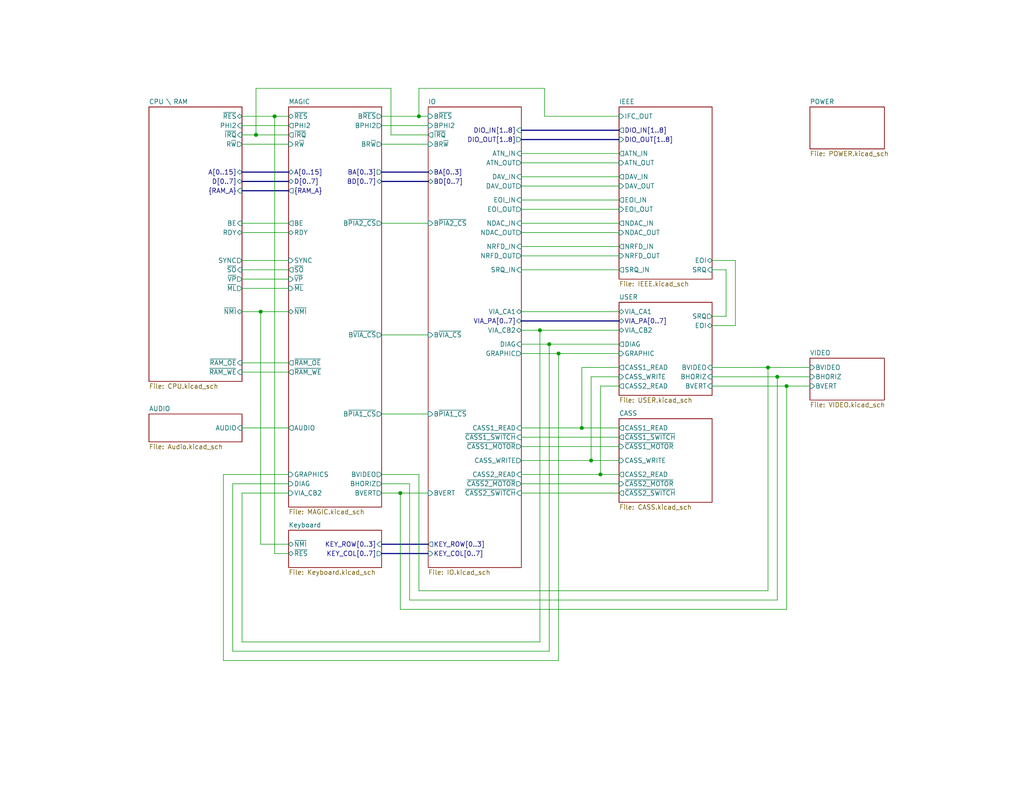
<source format=kicad_sch>
(kicad_sch (version 20211123) (generator eeschema)
  (paper "A")
  (title_block (title "EconoPET 40/8096") (date "2023-11-21") (rev "B"))
  (lib_symbols)
  (junction (at 114.3 31.75))
  (junction (at 209.55 100.33))
  (junction (at 109.22 134.62))
  (junction (at 74.93 31.75))
  (junction (at 212.09 102.87))
  (junction (at 163.83 129.54))
  (junction (at 152.4 96.52))
  (junction (at 161.29 125.73))
  (junction (at 214.63 105.41))
  (junction (at 147.32 90.17))
  (junction (at 158.75 116.84))
  (junction (at 71.12 85.09))
  (junction (at 69.85 36.83))
  (junction (at 149.86 93.98))
  (wire (pts (xy 152.4 180.34) (xy 60.96 180.34)))
  (wire (pts (xy 149.86 177.8) (xy 63.5 177.8)))
  (wire (pts (xy 158.75 116.84) (xy 168.91 116.84)))
  (wire (pts (xy 142.24 129.54) (xy 163.83 129.54)))
  (wire (pts (xy 104.14 113.03) (xy 116.84 113.03)))
  (wire (pts (xy 66.04 71.12) (xy 78.74 71.12)))
  (wire (pts (xy 66.04 34.29) (xy 78.74 34.29)))
  (bus (pts (xy 104.14 151.13) (xy 116.84 151.13)))
  (wire (pts (xy 168.91 57.15) (xy 142.24 57.15)))
  (wire (pts (xy 142.24 85.09) (xy 168.91 85.09)))
  (wire (pts (xy 148.59 31.75) (xy 168.91 31.75)))
  (wire (pts (xy 142.24 41.91) (xy 168.91 41.91)))
  (wire (pts (xy 66.04 39.37) (xy 78.74 39.37)))
  (wire (pts (xy 194.31 100.33) (xy 209.55 100.33)))
  (wire (pts (xy 158.75 100.33) (xy 158.75 116.84)))
  (wire (pts (xy 147.32 90.17) (xy 147.32 175.26)))
  (wire (pts (xy 66.04 73.66) (xy 78.74 73.66)))
  (wire (pts (xy 142.24 67.31) (xy 168.91 67.31)))
  (wire (pts (xy 214.63 105.41) (xy 214.63 166.37)))
  (bus (pts (xy 104.14 49.53) (xy 116.84 49.53)))
  (wire (pts (xy 66.04 36.83) (xy 69.85 36.83)))
  (wire (pts (xy 104.14 91.44) (xy 116.84 91.44)))
  (wire (pts (xy 116.84 36.83) (xy 106.68 36.83)))
  (wire (pts (xy 142.24 134.62) (xy 168.91 134.62)))
  (wire (pts (xy 69.85 36.83) (xy 78.74 36.83)))
  (wire (pts (xy 71.12 148.59) (xy 71.12 85.09)))
  (wire (pts (xy 194.31 105.41) (xy 214.63 105.41)))
  (wire (pts (xy 109.22 166.37) (xy 109.22 134.62)))
  (wire (pts (xy 74.93 31.75) (xy 74.93 151.13)))
  (wire (pts (xy 198.12 73.66) (xy 194.31 73.66)))
  (wire (pts (xy 142.24 93.98) (xy 149.86 93.98)))
  (wire (pts (xy 168.91 102.87) (xy 161.29 102.87)))
  (wire (pts (xy 74.93 31.75) (xy 78.74 31.75)))
  (wire (pts (xy 60.96 129.54) (xy 78.74 129.54)))
  (wire (pts (xy 63.5 132.08) (xy 78.74 132.08)))
  (wire (pts (xy 66.04 76.2) (xy 78.74 76.2)))
  (wire (pts (xy 66.04 116.84) (xy 78.74 116.84)))
  (wire (pts (xy 66.04 60.96) (xy 78.74 60.96)))
  (wire (pts (xy 104.14 60.96) (xy 116.84 60.96)))
  (wire (pts (xy 198.12 86.36) (xy 198.12 73.66)))
  (wire (pts (xy 74.93 151.13) (xy 78.74 151.13)))
  (bus (pts (xy 104.14 148.59) (xy 116.84 148.59)))
  (wire (pts (xy 66.04 175.26) (xy 66.04 134.62)))
  (wire (pts (xy 104.14 134.62) (xy 109.22 134.62)))
  (wire (pts (xy 200.66 88.9) (xy 194.31 88.9)))
  (wire (pts (xy 142.24 60.96) (xy 168.91 60.96)))
  (wire (pts (xy 200.66 71.12) (xy 200.66 88.9)))
  (wire (pts (xy 142.24 125.73) (xy 161.29 125.73)))
  (wire (pts (xy 209.55 100.33) (xy 220.98 100.33)))
  (wire (pts (xy 163.83 105.41) (xy 163.83 129.54)))
  (wire (pts (xy 148.59 24.13) (xy 148.59 31.75)))
  (wire (pts (xy 194.31 102.87) (xy 212.09 102.87)))
  (bus (pts (xy 142.24 87.63) (xy 168.91 87.63)))
  (wire (pts (xy 66.04 78.74) (xy 78.74 78.74)))
  (wire (pts (xy 161.29 102.87) (xy 161.29 125.73)))
  (wire (pts (xy 168.91 125.73) (xy 161.29 125.73)))
  (wire (pts (xy 63.5 177.8) (xy 63.5 132.08)))
  (wire (pts (xy 78.74 148.59) (xy 71.12 148.59)))
  (wire (pts (xy 212.09 102.87) (xy 220.98 102.87)))
  (wire (pts (xy 114.3 31.75) (xy 116.84 31.75)))
  (wire (pts (xy 163.83 129.54) (xy 168.91 129.54)))
  (wire (pts (xy 168.91 105.41) (xy 163.83 105.41)))
  (wire (pts (xy 60.96 180.34) (xy 60.96 129.54)))
  (wire (pts (xy 149.86 93.98) (xy 168.91 93.98)))
  (wire (pts (xy 66.04 31.75) (xy 74.93 31.75)))
  (bus (pts (xy 66.04 49.53) (xy 78.74 49.53)))
  (wire (pts (xy 147.32 175.26) (xy 66.04 175.26)))
  (wire (pts (xy 168.91 69.85) (xy 142.24 69.85)))
  (wire (pts (xy 214.63 105.41) (xy 220.98 105.41)))
  (wire (pts (xy 168.91 96.52) (xy 152.4 96.52)))
  (bus (pts (xy 66.04 46.99) (xy 78.74 46.99)))
  (wire (pts (xy 152.4 96.52) (xy 142.24 96.52)))
  (wire (pts (xy 114.3 24.13) (xy 148.59 24.13)))
  (wire (pts (xy 147.32 90.17) (xy 168.91 90.17)))
  (wire (pts (xy 104.14 34.29) (xy 116.84 34.29)))
  (wire (pts (xy 168.91 63.5) (xy 142.24 63.5)))
  (wire (pts (xy 168.91 119.38) (xy 142.24 119.38)))
  (wire (pts (xy 209.55 161.29) (xy 114.3 161.29)))
  (wire (pts (xy 168.91 44.45) (xy 142.24 44.45)))
  (wire (pts (xy 66.04 85.09) (xy 71.12 85.09)))
  (wire (pts (xy 66.04 101.6) (xy 78.74 101.6)))
  (wire (pts (xy 142.24 50.8) (xy 168.91 50.8)))
  (wire (pts (xy 168.91 100.33) (xy 158.75 100.33)))
  (wire (pts (xy 168.91 132.08) (xy 142.24 132.08)))
  (wire (pts (xy 66.04 63.5) (xy 78.74 63.5)))
  (wire (pts (xy 209.55 100.33) (xy 209.55 161.29)))
  (bus (pts (xy 142.24 38.1) (xy 168.91 38.1)))
  (wire (pts (xy 212.09 102.87) (xy 212.09 163.83)))
  (wire (pts (xy 114.3 129.54) (xy 104.14 129.54)))
  (wire (pts (xy 194.31 86.36) (xy 198.12 86.36)))
  (wire (pts (xy 142.24 116.84) (xy 158.75 116.84)))
  (bus (pts (xy 142.24 35.56) (xy 168.91 35.56)))
  (wire (pts (xy 212.09 163.83) (xy 111.76 163.83)))
  (wire (pts (xy 114.3 161.29) (xy 114.3 129.54)))
  (wire (pts (xy 142.24 73.66) (xy 168.91 73.66)))
  (wire (pts (xy 104.14 132.08) (xy 111.76 132.08)))
  (wire (pts (xy 114.3 31.75) (xy 114.3 24.13)))
  (wire (pts (xy 142.24 121.92) (xy 168.91 121.92)))
  (wire (pts (xy 104.14 31.75) (xy 114.3 31.75)))
  (bus (pts (xy 66.04 52.07) (xy 78.74 52.07)))
  (wire (pts (xy 106.68 24.13) (xy 69.85 24.13)))
  (bus (pts (xy 104.14 46.99) (xy 116.84 46.99)))
  (wire (pts (xy 66.04 134.62) (xy 78.74 134.62)))
  (wire (pts (xy 142.24 90.17) (xy 147.32 90.17)))
  (wire (pts (xy 152.4 96.52) (xy 152.4 180.34)))
  (wire (pts (xy 142.24 54.61) (xy 168.91 54.61)))
  (wire (pts (xy 111.76 163.83) (xy 111.76 132.08)))
  (wire (pts (xy 194.31 71.12) (xy 200.66 71.12)))
  (wire (pts (xy 214.63 166.37) (xy 109.22 166.37)))
  (wire (pts (xy 109.22 134.62) (xy 116.84 134.62)))
  (wire (pts (xy 104.14 39.37) (xy 116.84 39.37)))
  (wire (pts (xy 66.04 99.06) (xy 78.74 99.06)))
  (wire (pts (xy 71.12 85.09) (xy 78.74 85.09)))
  (wire (pts (xy 142.24 48.26) (xy 168.91 48.26)))
  (wire (pts (xy 149.86 93.98) (xy 149.86 177.8)))
  (wire (pts (xy 106.68 36.83) (xy 106.68 24.13)))
  (wire (pts (xy 69.85 24.13) (xy 69.85 36.83)))
  (sheet (at 40.64 29.21) (size 25.4 74.93)
    (property "Sheet name" "CPU \\ RAM" (at 40.64 28.4984 0) (effects (justify left bottom)))
    (property "Sheet file" "CPU.kicad_sch" (at 40.64 104.7246 0) (effects (justify left top)))
    (pin "SYNC" output (at 66.04 71.12 0))
    (pin "BE" input (at 66.04 60.96 0))
    (pin "RDY" bidirectional (at 66.04 63.5 0))
    (pin "~{NMI}" bidirectional (at 66.04 85.09 0))
    (pin "~{IRQ}" input (at 66.04 36.83 0))
    (pin "R~{W}" output (at 66.04 39.37 0))
    (pin "PHI2" input (at 66.04 34.29 0))
    (pin "~{RES}" bidirectional (at 66.04 31.75 0))
    (pin "D[0..7]" bidirectional (at 66.04 49.53 0))
    (pin "~{RAM_OE}" input (at 66.04 99.06 0))
    (pin "~{RAM_WE}" input (at 66.04 101.6 0))
    (pin "~{SO}" input (at 66.04 73.66 0))
    (pin "~{VP}" output (at 66.04 76.2 0))
    (pin "~{ML}" output (at 66.04 78.74 0))
    (pin "A[0..15]" bidirectional (at 66.04 46.99 0))
    (pin "{RAM_A}" input (at 66.04 52.07 0))
  )
  (sheet (at 168.91 29.21) (size 25.4 46.99)
    (property "Sheet name" "IEEE" (at 168.91 28.4984 0) (effects (justify left bottom)))
    (property "Sheet file" "IEEE.kicad_sch" (at 168.91 76.7846 0) (effects (justify left top)))
    (pin "DAV_IN" output (at 168.91 48.26 180))
    (pin "NRFD_IN" output (at 168.91 67.31 180))
    (pin "NDAC_IN" output (at 168.91 60.96 180))
    (pin "ATN_IN" output (at 168.91 41.91 180))
    (pin "EOI_IN" output (at 168.91 54.61 180))
    (pin "SRQ_IN" output (at 168.91 73.66 180))
    (pin "DAV_OUT" input (at 168.91 50.8 180))
    (pin "NRFD_OUT" input (at 168.91 69.85 180))
    (pin "NDAC_OUT" input (at 168.91 63.5 180))
    (pin "ATN_OUT" input (at 168.91 44.45 180))
    (pin "EOI_OUT" input (at 168.91 57.15 180))
    (pin "IFC_OUT" input (at 168.91 31.75 180))
    (pin "EOI" bidirectional (at 194.31 71.12 0))
    (pin "SRQ" input (at 194.31 73.66 0))
    (pin "DIO_OUT[1..8]" input (at 168.91 38.1 180))
    (pin "DIO_IN[1..8]" output (at 168.91 35.56 180))
  )
  (sheet (at 78.74 29.21) (size 25.4 109.22)
    (property "Sheet name" "MAGIC" (at 78.74 28.4984 0) (effects (justify left bottom)))
    (property "Sheet file" "MAGIC.kicad_sch" (at 78.74 139.0146 0) (effects (justify left top)))
    (pin "R~{W}" input (at 78.74 39.37 180))
    (pin "PHI2" output (at 78.74 34.29 180))
    (pin "~{RES}" bidirectional (at 78.74 31.75 180))
    (pin "D[0..7]" bidirectional (at 78.74 49.53 180))
    (pin "BA[0..3]" output (at 104.14 46.99 0))
    (pin "BR~{W}" output (at 104.14 39.37 0))
    (pin "BPHI2" output (at 104.14 34.29 0))
    (pin "B~{RES}" output (at 104.14 31.75 0))
    (pin "BD[0..7]" bidirectional (at 104.14 49.53 0))
    (pin "SYNC" input (at 78.74 71.12 180))
    (pin "BE" output (at 78.74 60.96 180))
    (pin "RDY" bidirectional (at 78.74 63.5 180))
    (pin "~{NMI}" bidirectional (at 78.74 85.09 180))
    (pin "~{IRQ}" output (at 78.74 36.83 180))
    (pin "~{RAM_OE}" output (at 78.74 99.06 180))
    (pin "~{RAM_WE}" output (at 78.74 101.6 180))
    (pin "B~{VIA_CS}" output (at 104.14 91.44 0))
    (pin "B~{PIA2_CS}" output (at 104.14 60.96 0))
    (pin "B~{PIA1_CS}" output (at 104.14 113.03 0))
    (pin "BHORIZ" output (at 104.14 132.08 0))
    (pin "BVIDEO" output (at 104.14 129.54 0))
    (pin "BVERT" output (at 104.14 134.62 0))
    (pin "GRAPHICS" input (at 78.74 129.54 180))
    (pin "VIA_CB2" input (at 78.74 134.62 180))
    (pin "DIAG" input (at 78.74 132.08 180))
    (pin "~{SO}" output (at 78.74 73.66 180))
    (pin "~{ML}" input (at 78.74 78.74 180))
    (pin "~{VP}" input (at 78.74 76.2 180))
    (pin "A[0..15]" bidirectional (at 78.74 46.99 180))
    (pin "{RAM_A}" output (at 78.74 52.07 180))
    (pin "AUDIO" output (at 78.74 116.84 180))
  )
  (sheet (at 78.74 144.78) (size 25.4 10.16)
    (property "Sheet name" "Keyboard" (at 78.74 144.0684 0) (effects (justify left bottom)))
    (property "Sheet file" "Keyboard.kicad_sch" (at 78.74 155.5246 0) (effects (justify left top)))
    (pin "KEY_ROW[0..3]" input (at 104.14 148.59 0))
    (pin "KEY_COL[0..7]" output (at 104.14 151.13 0))
    (pin "~{NMI}" bidirectional (at 78.74 148.59 180))
    (pin "~{RES}" bidirectional (at 78.74 151.13 180))
  )
  (sheet (at 168.91 82.55) (size 25.4 25.4)
    (property "Sheet name" "USER" (at 168.91 81.8384 0) (effects (justify left bottom)))
    (property "Sheet file" "USER.kicad_sch" (at 168.91 108.5346 0) (effects (justify left top)))
    (pin "VIA_CA1" bidirectional (at 168.91 85.09 180))
    (pin "VIA_PA[0..7]" bidirectional (at 168.91 87.63 180))
    (pin "SRQ" output (at 194.31 86.36 0))
    (pin "BVIDEO" input (at 194.31 100.33 0))
    (pin "CASS_WRITE" input (at 168.91 102.87 180))
    (pin "DIAG" output (at 168.91 93.98 180))
    (pin "GRAPHIC" input (at 168.91 96.52 180))
    (pin "VIA_CB2" bidirectional (at 168.91 90.17 180))
    (pin "CASS1_READ" output (at 168.91 100.33 180))
    (pin "CASS2_READ" output (at 168.91 105.41 180))
    (pin "EOI" bidirectional (at 194.31 88.9 0))
    (pin "BVERT" input (at 194.31 105.41 0))
    (pin "BHORIZ" input (at 194.31 102.87 0))
  )
  (sheet (at 116.84 29.21) (size 25.4 125.73)
    (property "Sheet name" "IO" (at 116.84 28.4984 0) (effects (justify left bottom)))
    (property "Sheet file" "IO.kicad_sch" (at 116.84 155.5246 0) (effects (justify left top)))
    (pin "ATN_IN" input (at 142.24 41.91 0))
    (pin "NDAC_OUT" output (at 142.24 63.5 0))
    (pin "SRQ_IN" input (at 142.24 73.66 0))
    (pin "DAV_OUT" output (at 142.24 50.8 0))
    (pin "NDAC_IN" input (at 142.24 60.96 0))
    (pin "NRFD_OUT" output (at 142.24 69.85 0))
    (pin "ATN_OUT" output (at 142.24 44.45 0))
    (pin "NRFD_IN" input (at 142.24 67.31 0))
    (pin "DAV_IN" input (at 142.24 48.26 0))
    (pin "EOI_IN" input (at 142.24 54.61 0))
    (pin "EOI_OUT" output (at 142.24 57.15 0))
    (pin "~{IRQ}" output (at 116.84 36.83 180))
    (pin "KEY_ROW[0..3]" output (at 116.84 148.59 180))
    (pin "KEY_COL[0..7]" input (at 116.84 151.13 180))
    (pin "CASS1_READ" input (at 142.24 116.84 0))
    (pin "DIAG" input (at 142.24 93.98 0))
    (pin "VIA_PA[0..7]" bidirectional (at 142.24 87.63 0))
    (pin "GRAPHIC" output (at 142.24 96.52 0))
    (pin "VIA_CA1" bidirectional (at 142.24 85.09 0))
    (pin "CASS_WRITE" output (at 142.24 125.73 0))
    (pin "CASS2_READ" input (at 142.24 129.54 0))
    (pin "VIA_CB2" bidirectional (at 142.24 90.17 0))
    (pin "DIO_OUT[1..8]" output (at 142.24 38.1 0))
    (pin "DIO_IN[1..8]" input (at 142.24 35.56 0))
    (pin "BD[0..7]" bidirectional (at 116.84 49.53 180))
    (pin "BA[0..3]" bidirectional (at 116.84 46.99 180))
    (pin "B~{VIA_CS}" input (at 116.84 91.44 180))
    (pin "BR~{W}" input (at 116.84 39.37 180))
    (pin "BPHI2" input (at 116.84 34.29 180))
    (pin "B~{RES}" input (at 116.84 31.75 180))
    (pin "B~{PIA1_CS}" input (at 116.84 113.03 180))
    (pin "B~{PIA2_CS}" input (at 116.84 60.96 180))
    (pin "~{CASS1_MOTOR}" output (at 142.24 121.92 0))
    (pin "~{CASS1_SWITCH}" input (at 142.24 119.38 0))
    (pin "~{CASS2_SWITCH}" input (at 142.24 134.62 0))
    (pin "~{CASS2_MOTOR}" output (at 142.24 132.08 0))
    (pin "BVERT" input (at 116.84 134.62 180))
  )
  (sheet (at 168.91 114.3) (size 25.4 22.86)
    (property "Sheet name" "CASS" (at 168.91 113.5884 0) (effects (justify left bottom)))
    (property "Sheet file" "CASS.kicad_sch" (at 168.91 137.7446 0) (effects (justify left top)))
    (pin "CASS_WRITE" input (at 168.91 125.73 180))
    (pin "CASS2_READ" output (at 168.91 129.54 180))
    (pin "CASS1_READ" output (at 168.91 116.84 180))
    (pin "~{CASS2_MOTOR}" input (at 168.91 132.08 180))
    (pin "~{CASS2_SWITCH}" output (at 168.91 134.62 180))
    (pin "~{CASS1_MOTOR}" input (at 168.91 121.92 180))
    (pin "~{CASS1_SWITCH}" output (at 168.91 119.38 180))
  )
  (sheet (at 220.98 29.21) (size 20.32 11.43)
    (property "Sheet name" "POWER" (at 220.98 28.4984 0) (effects (justify left bottom)))
    (property "Sheet file" "POWER.kicad_sch" (at 220.98 41.2246 0) (effects (justify left top)))
  )
  (sheet (at 220.98 97.79) (size 20.32 11.43) (stroke (width 0.1524))
    (property "Sheet name" "VIDEO" (at 220.98 97.0784 0) (effects (justify left bottom)))
    (property "Sheet file" "VIDEO.kicad_sch" (at 220.98 109.8046 0) (effects (justify left top)))
    (pin "BVERT" input (at 220.98 105.41 180))
    (pin "BVIDEO" input (at 220.98 100.33 180))
    (pin "BHORIZ" input (at 220.98 102.87 180))
  )
  (sheet (at 40.64 113.03) (size 25.4 7.62) (stroke (width 0.1524))
    (property "Sheet name" "AUDIO" (at 40.64 112.3184 0) (effects (justify left bottom)))
    (property "Sheet file" "Audio.kicad_sch" (at 40.64 121.2346 0) (effects (justify left top)))
    (pin "AUDIO" input (at 66.04 116.84 0))
  )
)
</source>
